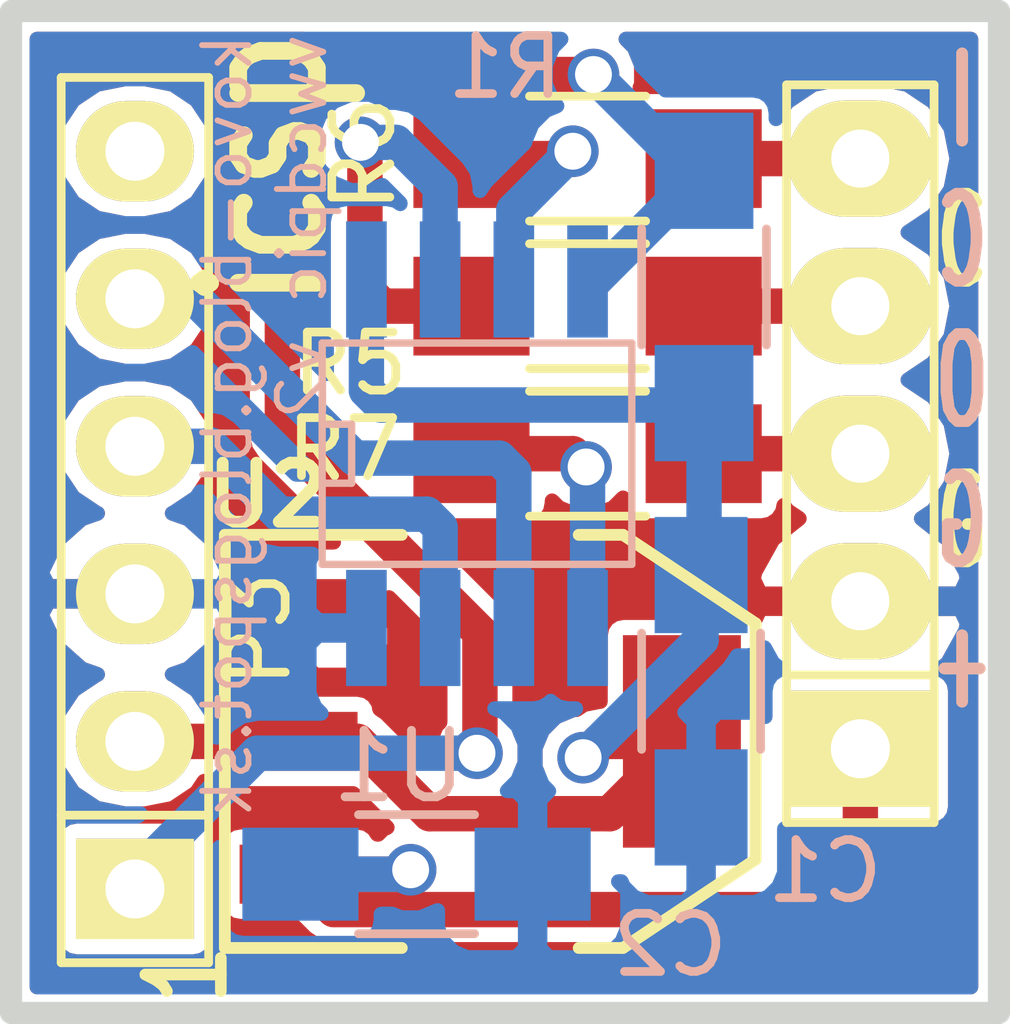
<source format=kicad_pcb>
(kicad_pcb (version 4) (host pcbnew 0.201506252249+5822~23~ubuntu14.04.1-product)

  (general
    (links 22)
    (no_connects 0)
    (area 96.939099 44.894499 114.338101 62.522101)
    (thickness 1.6002)
    (drawings 9)
    (tracks 74)
    (zones 0)
    (modules 10)
    (nets 13)
  )

  (page A4)
  (title_block
    (date "7 feb 2014")
  )

  (layers
    (0 Front signal)
    (31 Back signal)
    (32 B.Adhes user hide)
    (33 F.Adhes user hide)
    (34 B.Paste user hide)
    (35 F.Paste user hide)
    (36 B.SilkS user)
    (37 F.SilkS user hide)
    (38 B.Mask user hide)
    (39 F.Mask user hide)
    (40 Dwgs.User user)
    (41 Cmts.User user hide)
    (42 Eco1.User user hide)
    (43 Eco2.User user hide)
    (44 Edge.Cuts user)
  )

  (setup
    (last_trace_width 0.6096)
    (trace_clearance 0.254)
    (zone_clearance 0.128)
    (zone_45_only yes)
    (trace_min 0.2032)
    (segment_width 0.381)
    (edge_width 0.381)
    (via_size 0.889)
    (via_drill 0.635)
    (via_min_size 0.889)
    (via_min_drill 0.508)
    (uvia_size 0.508)
    (uvia_drill 0.127)
    (uvias_allowed no)
    (uvia_min_size 0.508)
    (uvia_min_drill 0.127)
    (pcb_text_width 0.3048)
    (pcb_text_size 1.524 2.032)
    (mod_edge_width 0.381)
    (mod_text_size 1.524 1.524)
    (mod_text_width 0.3048)
    (pad_size 2 1.6)
    (pad_drill 0)
    (pad_to_mask_clearance 0.254)
    (aux_axis_origin 0 0)
    (visible_elements FFFFFF5F)
    (pcbplotparams
      (layerselection 0x00008_00000000)
      (usegerberextensions false)
      (excludeedgelayer false)
      (linewidth 0.150000)
      (plotframeref false)
      (viasonmask false)
      (mode 1)
      (useauxorigin false)
      (hpglpennumber 1)
      (hpglpenspeed 20)
      (hpglpendiameter 15)
      (hpglpenoverlay 0)
      (psnegative true)
      (psa4output false)
      (plotreference true)
      (plotvalue true)
      (plotinvisibletext false)
      (padsonsilk false)
      (subtractmaskfromsilk false)
      (outputformat 5)
      (mirror false)
      (drillshape 2)
      (scaleselection 1)
      (outputdirectory /home/nail/tmp/plot/))
  )

  (net 0 "")
  (net 1 +5V)
  (net 2 DataIn)
  (net 3 GND)
  (net 4 POWER_CTL)
  (net 5 "Net-(R5-Pad1)")
  (net 6 "Net-(R6-Pad1)")
  (net 7 "Net-(R7-Pad1)")
  (net 8 CLK)
  (net 9 DataOut)
  (net 10 /ICSP_VPP)
  (net 11 /ICSP_DATA)
  (net 12 /ICSP_CLK)

  (net_class Default "This is the default net class."
    (clearance 0.254)
    (trace_width 0.6096)
    (via_dia 0.889)
    (via_drill 0.635)
    (uvia_dia 0.508)
    (uvia_drill 0.127)
    (add_net +5V)
    (add_net /ICSP_CLK)
    (add_net /ICSP_DATA)
    (add_net /ICSP_VPP)
    (add_net CLK)
    (add_net DataIn)
    (add_net DataOut)
    (add_net GND)
    (add_net "Net-(R5-Pad1)")
    (add_net "Net-(R6-Pad1)")
    (add_net "Net-(R7-Pad1)")
    (add_net POWER_CTL)
  )

  (net_class GND ""
    (clearance 0.254)
    (trace_width 1.39192)
    (via_dia 0.889)
    (via_drill 0.635)
    (uvia_dia 0.508)
    (uvia_drill 0.127)
  )

  (module Pin_Headers:Pin_Header_Straight_1x05 (layer Front) (tedit 542D5FA3) (tstamp 542D6FC5)
    (at 111.76 52.705 90)
    (descr "Through hole pin header")
    (tags "pin header")
    (path /542D55A4)
    (fp_text reference P1 (at 0 -2.286 90) (layer F.SilkS) hide
      (effects (font (size 1.27 1.27) (thickness 0.2032)))
    )
    (fp_text value CONN_01X05 (at 0 0 90) (layer F.SilkS) hide
      (effects (font (size 1.27 1.27) (thickness 0.2032)))
    )
    (fp_line (start -3.81 -1.27) (end 6.35 -1.27) (layer F.SilkS) (width 0.15))
    (fp_line (start 6.35 -1.27) (end 6.35 1.27) (layer F.SilkS) (width 0.15))
    (fp_line (start 6.35 1.27) (end -3.81 1.27) (layer F.SilkS) (width 0.15))
    (fp_line (start -6.35 -1.27) (end -3.81 -1.27) (layer F.SilkS) (width 0.15))
    (fp_line (start -3.81 -1.27) (end -3.81 1.27) (layer F.SilkS) (width 0.15))
    (fp_line (start -6.35 -1.27) (end -6.35 1.27) (layer F.SilkS) (width 0.15))
    (fp_line (start -6.35 1.27) (end -3.81 1.27) (layer F.SilkS) (width 0.15))
    (pad 1 thru_hole rect (at -5.08 0 90) (size 2 2.5) (drill 1.016) (layers *.Cu *.Mask F.SilkS)
      (net 4 POWER_CTL))
    (pad 2 thru_hole oval (at -2.54 0 90) (size 2 2.5) (drill 1) (layers *.Cu *.Mask F.SilkS)
      (net 3 GND))
    (pad 3 thru_hole oval (at 0 0 90) (size 2 2.5) (drill 1) (layers *.Cu *.Mask F.SilkS)
      (net 9 DataOut))
    (pad 4 thru_hole oval (at 2.54 0 90) (size 2 2.5) (drill 1) (layers *.Cu *.Mask F.SilkS)
      (net 8 CLK))
    (pad 5 thru_hole oval (at 5.08 0 90) (size 2 2.5) (drill 1) (layers *.Cu *.Mask F.SilkS)
      (net 2 DataIn))
    (model Pin_Headers/Pin_Header_Straight_1x05.wrl
      (at (xyz 0 0 0))
      (scale (xyz 1 1 1))
      (rotate (xyz 0 0 0))
    )
  )

  (module my_modules:SOT-223-REGULATOR (layer Front) (tedit 54D36C41) (tstamp 542D6FB6)
    (at 105.3846 57.658 270)
    (descr "module CMS SOT223 4 pins")
    (tags "CMS SOT")
    (path /52D02F38)
    (attr smd)
    (fp_text reference U2 (at -4.2418 3.8354 360) (layer F.SilkS)
      (effects (font (size 1.016 1.016) (thickness 0.2032)))
    )
    (fp_text value 78L05 (at 0 0.762 270) (layer F.SilkS) hide
      (effects (font (size 1.016 1.016) (thickness 0.2032)))
    )
    (fp_line (start -3.556 1.524) (end -3.556 4.572) (layer F.SilkS) (width 0.2032))
    (fp_line (start -3.556 4.572) (end 3.556 4.572) (layer F.SilkS) (width 0.2032))
    (fp_line (start 3.556 4.572) (end 3.556 1.524) (layer F.SilkS) (width 0.2032))
    (fp_line (start -3.556 -1.524) (end -3.556 -2.286) (layer F.SilkS) (width 0.2032))
    (fp_line (start -3.556 -2.286) (end -2.032 -4.572) (layer F.SilkS) (width 0.2032))
    (fp_line (start -2.032 -4.572) (end 2.032 -4.572) (layer F.SilkS) (width 0.2032))
    (fp_line (start 2.032 -4.572) (end 3.556 -2.286) (layer F.SilkS) (width 0.2032))
    (fp_line (start 3.556 -2.286) (end 3.556 -1.524) (layer F.SilkS) (width 0.2032))
    (pad VO smd rect (at 0 -3.302 270) (size 3.6576 2.032) (layers Front F.Paste F.Mask)
      (net 1 +5V))
    (pad VO smd rect (at 0 3.302 270) (size 1.016 2.032) (layers Front F.Paste F.Mask)
      (net 1 +5V))
    (pad VI smd rect (at 2.286 3.302 270) (size 1.016 2.032) (layers Front F.Paste F.Mask)
      (net 4 POWER_CTL))
    (pad GND smd rect (at -2.286 3.302 270) (size 1.016 2.032) (layers Front F.Paste F.Mask)
      (net 3 GND))
    (model smd/SOT223.wrl
      (at (xyz 0 0 0))
      (scale (xyz 0.4 0.4 0.4))
      (rotate (xyz 0 0 0))
    )
  )

  (module Resistors_SMD:R_1206_HandSoldering (layer Front) (tedit 54D36C09) (tstamp 542D6F9C)
    (at 107.061 52.705)
    (descr "Resistor SMD 1206, hand soldering, Vishay (see dcrcw.pdf)")
    (tags "resistor 1206")
    (path /52D02B05)
    (attr smd)
    (fp_text reference R7 (at -4.191 -0.0762) (layer F.SilkS)
      (effects (font (size 1 1) (thickness 0.15)))
    )
    (fp_text value 3k3 (at 0 2.3) (layer F.SilkS) hide
      (effects (font (size 1 1) (thickness 0.15)))
    )
    (fp_line (start 1 1.075) (end -1 1.075) (layer F.SilkS) (width 0.15))
    (fp_line (start -1 -1.075) (end 1 -1.075) (layer F.SilkS) (width 0.15))
    (pad 1 smd rect (at -2 0) (size 2 1.7) (layers Front F.Paste F.Mask)
      (net 7 "Net-(R7-Pad1)"))
    (pad 2 smd rect (at 2 0) (size 2 1.7) (layers Front F.Paste F.Mask)
      (net 9 DataOut))
    (model Resistors_SMD/R_1206.wrl
      (at (xyz 0 0 0))
      (scale (xyz 1 1 1))
      (rotate (xyz 0 0 0))
    )
  )

  (module Resistors_SMD:R_1206_HandSoldering (layer Front) (tedit 54E5EACF) (tstamp 542D6F95)
    (at 107.061 47.625)
    (descr "Resistor SMD 1206, hand soldering, Vishay (see dcrcw.pdf)")
    (tags "resistor 1206")
    (path /52D02ABB)
    (attr smd)
    (fp_text reference R6 (at -3.8608 -0.0762 90) (layer F.SilkS)
      (effects (font (size 1 1) (thickness 0.15)))
    )
    (fp_text value 3k3 (at 0 2.3) (layer F.SilkS) hide
      (effects (font (size 1 1) (thickness 0.15)))
    )
    (fp_line (start 1 1.075) (end -1 1.075) (layer F.SilkS) (width 0.15))
    (fp_line (start -1 -1.075) (end 1 -1.075) (layer F.SilkS) (width 0.15))
    (pad 1 smd rect (at -2 0) (size 2 1.7) (layers Front F.Paste F.Mask)
      (net 6 "Net-(R6-Pad1)"))
    (pad 2 smd rect (at 2 0) (size 2 1.7) (layers Front F.Paste F.Mask)
      (net 2 DataIn))
    (model Resistors_SMD/R_1206.wrl
      (at (xyz 0 0 0))
      (scale (xyz 1 1 1))
      (rotate (xyz 0 0 0))
    )
  )

  (module Resistors_SMD:R_1206_HandSoldering (layer Front) (tedit 54E5EAD3) (tstamp 542D6F8E)
    (at 107.061 50.165)
    (descr "Resistor SMD 1206, hand soldering, Vishay (see dcrcw.pdf)")
    (tags "resistor 1206")
    (path /52D02AC2)
    (attr smd)
    (fp_text reference R5 (at -4.0894 0.9906) (layer F.SilkS)
      (effects (font (size 1 1) (thickness 0.15)))
    )
    (fp_text value 3k3 (at 0 2.3) (layer F.SilkS) hide
      (effects (font (size 1 1) (thickness 0.15)))
    )
    (fp_line (start 1 1.075) (end -1 1.075) (layer F.SilkS) (width 0.15))
    (fp_line (start -1 -1.075) (end 1 -1.075) (layer F.SilkS) (width 0.15))
    (pad 1 smd rect (at -2 0) (size 2 1.7) (layers Front F.Paste F.Mask)
      (net 5 "Net-(R5-Pad1)"))
    (pad 2 smd rect (at 2 0) (size 2 1.7) (layers Front F.Paste F.Mask)
      (net 8 CLK))
    (model Resistors_SMD/R_1206.wrl
      (at (xyz 0 0 0))
      (scale (xyz 1 1 1))
      (rotate (xyz 0 0 0))
    )
  )

  (module Resistors_SMD:R_1206_HandSoldering (layer Back) (tedit 54E5EBC1) (tstamp 54D36921)
    (at 109.0676 49.8348 270)
    (descr "Resistor SMD 1206, hand soldering, Vishay (see dcrcw.pdf)")
    (tags "resistor 1206")
    (path /52D03054)
    (attr smd)
    (fp_text reference R1 (at -3.7846 3.429 540) (layer B.SilkS)
      (effects (font (size 1 1) (thickness 0.15)) (justify mirror))
    )
    (fp_text value 10k (at 0 -2.3 270) (layer B.SilkS) hide
      (effects (font (size 1 1) (thickness 0.15)) (justify mirror))
    )
    (fp_line (start 1 -1.075) (end -1 -1.075) (layer B.SilkS) (width 0.15))
    (fp_line (start -1 1.075) (end 1 1.075) (layer B.SilkS) (width 0.15))
    (pad 1 smd rect (at -2 0 270) (size 2 1.7) (layers Back B.Paste B.Mask)
      (net 10 /ICSP_VPP))
    (pad 2 smd rect (at 2 0 270) (size 2 1.7) (layers Back B.Paste B.Mask)
      (net 1 +5V))
    (model Resistors_SMD/R_1206.wrl
      (at (xyz 0 0 0))
      (scale (xyz 1 1 1))
      (rotate (xyz 0 0 0))
    )
  )

  (module Capacitors_SMD:C_1206_HandSoldering (layer Back) (tedit 54E5EBA7) (tstamp 543252BC)
    (at 104.1146 59.944)
    (descr "Capacitor SMD 1206, hand soldering")
    (tags "capacitor 1206")
    (path /52D02F40)
    (attr smd)
    (fp_text reference C2 (at 4.3688 1.2192) (layer B.SilkS)
      (effects (font (size 1 1) (thickness 0.15)) (justify mirror))
    )
    (fp_text value 100n (at 0 -2.3) (layer B.SilkS) hide
      (effects (font (size 1 1) (thickness 0.15)) (justify mirror))
    )
    (fp_line (start -3.3 1.15) (end 3.3 1.15) (layer B.CrtYd) (width 0.05))
    (fp_line (start -3.3 -1.15) (end 3.3 -1.15) (layer B.CrtYd) (width 0.05))
    (fp_line (start -3.3 1.15) (end -3.3 -1.15) (layer B.CrtYd) (width 0.05))
    (fp_line (start 3.3 1.15) (end 3.3 -1.15) (layer B.CrtYd) (width 0.05))
    (fp_line (start 1 1.025) (end -1 1.025) (layer B.SilkS) (width 0.15))
    (fp_line (start -1 -1.025) (end 1 -1.025) (layer B.SilkS) (width 0.15))
    (pad 1 smd rect (at -2 0) (size 2 1.6) (layers Back B.Paste B.Mask)
      (net 4 POWER_CTL))
    (pad 2 smd rect (at 2 0) (size 2 1.6) (layers Back B.Paste B.Mask)
      (net 3 GND))
    (model Capacitors_SMD/C_1206N.wrl
      (at (xyz 0 0 0))
      (scale (xyz 1 1 1))
      (rotate (xyz 0 0 0))
    )
  )

  (module my_modules:SOIC-8-W_long_pads (layer Back) (tedit 54E5EBD2) (tstamp 543252D2)
    (at 105.156 52.705)
    (descr "module SMD SOIC SOJ 8 pins etroit")
    (tags "CMS SOJ")
    (path /52D02953)
    (attr smd)
    (fp_text reference U1 (at -1.3462 5.3848) (layer B.SilkS)
      (effects (font (size 1.143 1.143) (thickness 0.1524)) (justify mirror))
    )
    (fp_text value PIC12F629 (at 0 -1.016) (layer B.SilkS) hide
      (effects (font (size 0.889 0.889) (thickness 0.1524)) (justify mirror))
    )
    (fp_line (start -2.667 -1.778) (end -2.667 -1.905) (layer B.SilkS) (width 0.127))
    (fp_line (start -2.667 -1.905) (end 2.667 -1.905) (layer B.SilkS) (width 0.127))
    (fp_line (start 2.667 1.905) (end -2.667 1.905) (layer B.SilkS) (width 0.127))
    (fp_line (start -2.667 1.905) (end -2.667 -1.778) (layer B.SilkS) (width 0.127))
    (fp_line (start -2.667 0.508) (end -2.159 0.508) (layer B.SilkS) (width 0.127))
    (fp_line (start -2.159 0.508) (end -2.159 -0.508) (layer B.SilkS) (width 0.127))
    (fp_line (start -2.159 -0.508) (end -2.667 -0.508) (layer B.SilkS) (width 0.127))
    (fp_line (start 2.667 1.905) (end 2.667 -1.905) (layer B.SilkS) (width 0.127))
    (pad 8 smd rect (at -1.905 3) (size 0.7 2) (layers Back B.Paste B.Mask)
      (net 3 GND))
    (pad 1 smd rect (at -1.905 -3) (size 0.7 2) (layers Back B.Paste B.Mask)
      (net 1 +5V))
    (pad 7 smd rect (at -0.635 3) (size 0.7 2) (layers Back B.Paste B.Mask)
      (net 11 /ICSP_DATA))
    (pad 6 smd rect (at 0.635 3) (size 0.7 2) (layers Back B.Paste B.Mask)
      (net 12 /ICSP_CLK))
    (pad 5 smd rect (at 1.905 3) (size 0.7 2) (layers Back B.Paste B.Mask)
      (net 7 "Net-(R7-Pad1)"))
    (pad 2 smd rect (at -0.635 -3) (size 0.7 2) (layers Back B.Paste B.Mask)
      (net 5 "Net-(R5-Pad1)"))
    (pad 3 smd rect (at 0.635 -3) (size 0.7 2) (layers Back B.Paste B.Mask)
      (net 6 "Net-(R6-Pad1)"))
    (pad 4 smd rect (at 1.905 -3) (size 0.7 2) (layers Back B.Paste B.Mask)
      (net 10 /ICSP_VPP))
    (model smd/cms_so8.wrl
      (at (xyz 0 0 0))
      (scale (xyz 0.5 0.32 0.5))
      (rotate (xyz 0 0 0))
    )
  )

  (module Capacitors_SMD:C_1206_HandSoldering (layer Back) (tedit 54E5EBA1) (tstamp 54D36A48)
    (at 109.0168 56.7944 270)
    (descr "Capacitor SMD 1206, hand soldering")
    (tags "capacitor 1206")
    (path /54325C4C)
    (attr smd)
    (fp_text reference C1 (at 3.0988 -2.1336 360) (layer B.SilkS)
      (effects (font (size 1 1) (thickness 0.15)) (justify mirror))
    )
    (fp_text value 100n (at 0 -2.3 270) (layer B.SilkS) hide
      (effects (font (size 1 1) (thickness 0.15)) (justify mirror))
    )
    (fp_line (start -3.3 1.15) (end 3.3 1.15) (layer B.CrtYd) (width 0.05))
    (fp_line (start -3.3 -1.15) (end 3.3 -1.15) (layer B.CrtYd) (width 0.05))
    (fp_line (start -3.3 1.15) (end -3.3 -1.15) (layer B.CrtYd) (width 0.05))
    (fp_line (start 3.3 1.15) (end 3.3 -1.15) (layer B.CrtYd) (width 0.05))
    (fp_line (start 1 1.025) (end -1 1.025) (layer B.SilkS) (width 0.15))
    (fp_line (start -1 -1.025) (end 1 -1.025) (layer B.SilkS) (width 0.15))
    (pad 1 smd rect (at -2 0 270) (size 2 1.6) (layers Back B.Paste B.Mask)
      (net 1 +5V))
    (pad 2 smd rect (at 2 0 270) (size 2 1.6) (layers Back B.Paste B.Mask)
      (net 3 GND))
    (model Capacitors_SMD/C_1206N.wrl
      (at (xyz 0 0 0))
      (scale (xyz 1 1 1))
      (rotate (xyz 0 0 0))
    )
  )

  (module Pin_Headers:Pin_Header_Straight_1x06 (layer Front) (tedit 54E5EB3E) (tstamp 54E5E1C9)
    (at 99.2632 53.848 90)
    (descr "Through hole pin header")
    (tags "pin header")
    (path /54E5FBE4)
    (fp_text reference P3 (at -1.8796 2.1336 90) (layer F.SilkS)
      (effects (font (size 1 1) (thickness 0.15)))
    )
    (fp_text value CONN_01X06 (at 0 0 90) (layer F.SilkS) hide
      (effects (font (size 1 1) (thickness 0.15)))
    )
    (fp_line (start -5.08 -1.27) (end 7.62 -1.27) (layer F.SilkS) (width 0.15))
    (fp_line (start 7.62 -1.27) (end 7.62 1.27) (layer F.SilkS) (width 0.15))
    (fp_line (start 7.62 1.27) (end -5.08 1.27) (layer F.SilkS) (width 0.15))
    (fp_line (start -7.62 -1.27) (end -5.08 -1.27) (layer F.SilkS) (width 0.15))
    (fp_line (start -5.08 -1.27) (end -5.08 1.27) (layer F.SilkS) (width 0.15))
    (fp_line (start -7.62 -1.27) (end -7.62 1.27) (layer F.SilkS) (width 0.15))
    (fp_line (start -7.62 1.27) (end -5.08 1.27) (layer F.SilkS) (width 0.15))
    (pad 1 thru_hole rect (at -6.35 0 90) (size 1.7272 2.032) (drill 1.016) (layers *.Cu *.Mask F.SilkS)
      (net 10 /ICSP_VPP))
    (pad 2 thru_hole oval (at -3.81 0 90) (size 1.7272 2.032) (drill 1.016) (layers *.Cu *.Mask F.SilkS)
      (net 1 +5V))
    (pad 3 thru_hole oval (at -1.27 0 90) (size 1.7272 2.032) (drill 1.016) (layers *.Cu *.Mask F.SilkS)
      (net 3 GND))
    (pad 4 thru_hole oval (at 1.27 0 90) (size 1.7272 2.032) (drill 1.016) (layers *.Cu *.Mask F.SilkS)
      (net 11 /ICSP_DATA))
    (pad 5 thru_hole oval (at 3.81 0 90) (size 1.7272 2.032) (drill 1.016) (layers *.Cu *.Mask F.SilkS)
      (net 12 /ICSP_CLK))
    (pad 6 thru_hole oval (at 6.35 0 90) (size 1.7272 2.032) (drill 1.016) (layers *.Cu *.Mask F.SilkS))
    (model Pin_Headers/Pin_Header_Straight_1x06.wrl
      (at (xyz 0 0 0))
      (scale (xyz 1 1 1))
      (rotate (xyz 0 0 0))
    )
  )

  (gr_text "I\nC\nO\nG\n+" (at 113.5126 51.4604) (layer B.SilkS)
    (effects (font (size 1.5 0.8) (thickness 0.2)) (justify mirror))
  )
  (gr_line (start 97.1296 62.3316) (end 97.1296 45.085) (angle 90) (layer Edge.Cuts) (width 0.381))
  (gr_line (start 114.1476 62.3316) (end 97.1296 62.3316) (angle 90) (layer Edge.Cuts) (width 0.381))
  (gr_line (start 114.1476 45.085) (end 114.1476 62.3316) (angle 90) (layer Edge.Cuts) (width 0.381))
  (gr_line (start 97.1296 45.085) (end 114.1476 45.085) (angle 90) (layer Edge.Cuts) (width 0.381))
  (gr_text 1 (at 100.1522 61.6712 90) (layer F.SilkS)
    (effects (font (size 1.3 1) (thickness 0.2)))
  )
  (gr_text icsp (at 101.473 47.8028 90) (layer F.SilkS)
    (effects (font (size 2.032 1.524) (thickness 0.3048)))
  )
  (gr_text "kovo-blog.blogspot.sk\nvwcdpic v2\n" (at 101.4984 45.4152 90) (layer B.SilkS)
    (effects (font (size 0.8 0.8) (thickness 0.1)) (justify left mirror))
  )
  (gr_text "I\nC\nO\nG\n+" (at 113.5126 51.4604) (layer F.SilkS) (tstamp 54D36C95)
    (effects (font (size 1.5 0.8) (thickness 0.2)))
  )

  (segment (start 109.0356 51.8668) (end 109.0676 51.8348) (width 0.6096) (layer Back) (net 1) (tstamp 54D36990))
  (segment (start 103.251 51.6128) (end 103.505 51.8668) (width 0.6096) (layer Back) (net 1) (tstamp 54D3698E))
  (segment (start 103.505 51.8668) (end 109.0356 51.8668) (width 0.6096) (layer Back) (net 1) (tstamp 54D3698F))
  (segment (start 103.251 49.705) (end 103.251 51.6128) (width 0.6096) (layer Back) (net 1))
  (segment (start 109.0676 54.7436) (end 109.0422 54.769) (width 0.6096) (layer Back) (net 1) (tstamp 54D369C6))
  (segment (start 109.0676 51.8348) (end 109.0676 54.7436) (width 0.6096) (layer Back) (net 1))
  (segment (start 99.2632 57.658) (end 102.0826 57.658) (width 0.6096) (layer Front) (net 1))
  (segment (start 104.3432 58.9026) (end 107.442 58.9026) (width 0.6096) (layer Front) (net 1) (tstamp 54E5E303))
  (segment (start 107.442 58.9026) (end 108.6866 57.658) (width 0.6096) (layer Front) (net 1) (tstamp 54E5E30D))
  (segment (start 103.0986 57.658) (end 104.3432 58.9026) (width 0.6096) (layer Front) (net 1) (tstamp 54E5E301))
  (segment (start 102.0826 57.658) (end 103.0986 57.658) (width 0.6096) (layer Front) (net 1))
  (segment (start 109.0168 55.9054) (end 106.9848 57.9374) (width 0.6096) (layer Back) (net 1) (tstamp 54E5E318))
  (via (at 106.9848 57.9374) (size 0.889) (layers Front Back) (net 1))
  (segment (start 106.9848 57.9374) (end 107.2642 57.658) (width 0.6096) (layer Front) (net 1) (tstamp 54E5E31F))
  (segment (start 107.2642 57.658) (end 108.6866 57.658) (width 0.6096) (layer Front) (net 1) (tstamp 54E5E320))
  (segment (start 109.0168 54.7944) (end 109.0168 55.9054) (width 0.6096) (layer Back) (net 1))
  (segment (start 111.76 47.625) (end 109.061 47.625) (width 0.6096) (layer Front) (net 2))
  (segment (start 111.4044 47.4726) (end 111.5568 47.625) (width 0.6096) (layer Front) (net 2) (tstamp 542D70B6))
  (segment (start 111.76 59.4614) (end 110.6678 60.5536) (width 0.6096) (layer Front) (net 4) (tstamp 54E5E24A))
  (segment (start 110.6678 60.5536) (end 102.6922 60.5536) (width 0.6096) (layer Front) (net 4) (tstamp 54E5E24B))
  (segment (start 102.6922 60.5536) (end 102.0826 59.944) (width 0.6096) (layer Front) (net 4) (tstamp 54E5E24C))
  (segment (start 111.76 57.785) (end 111.76 59.4614) (width 0.6096) (layer Front) (net 4))
  (segment (start 103.9368 59.944) (end 102.0826 59.944) (width 0.6096) (layer Front) (net 4) (tstamp 54E5E253))
  (segment (start 104.013 59.8678) (end 103.9368 59.944) (width 0.6096) (layer Front) (net 4) (tstamp 54E5E252))
  (via (at 104.013 59.8678) (size 0.889) (layers Front Back) (net 4))
  (segment (start 103.9368 59.944) (end 104.013 59.8678) (width 0.6096) (layer Back) (net 4) (tstamp 54E5E250))
  (segment (start 102.1146 59.944) (end 103.9368 59.944) (width 0.6096) (layer Back) (net 4))
  (segment (start 104.521 48.1076) (end 103.759 47.3456) (width 0.6096) (layer Back) (net 5) (tstamp 54D36993))
  (segment (start 103.759 47.3456) (end 103.1494 47.3456) (width 0.6096) (layer Back) (net 5) (tstamp 54D36994))
  (via (at 103.1494 47.3456) (size 0.889) (layers Front Back) (net 5))
  (segment (start 103.1494 47.3456) (end 103.2256 47.4218) (width 0.6096) (layer Front) (net 5) (tstamp 54D36996))
  (segment (start 103.2256 47.4218) (end 103.2256 49.8602) (width 0.6096) (layer Front) (net 5) (tstamp 54D36997))
  (segment (start 103.2256 49.8602) (end 103.5304 50.165) (width 0.6096) (layer Front) (net 5) (tstamp 54D36998))
  (segment (start 103.5304 50.165) (end 105.061 50.165) (width 0.6096) (layer Front) (net 5) (tstamp 54D36999))
  (segment (start 104.521 49.705) (end 104.521 48.1076) (width 0.6096) (layer Back) (net 5))
  (segment (start 105.791 48.514) (end 106.807 47.498) (width 0.6096) (layer Back) (net 6) (tstamp 54D36987))
  (via (at 106.807 47.498) (size 0.889) (layers Front Back) (net 6))
  (segment (start 106.807 47.498) (end 106.68 47.625) (width 0.6096) (layer Front) (net 6) (tstamp 54D36989))
  (segment (start 106.68 47.625) (end 105.061 47.625) (width 0.6096) (layer Front) (net 6) (tstamp 54D3698A))
  (segment (start 105.791 49.705) (end 105.791 48.514) (width 0.6096) (layer Back) (net 6))
  (segment (start 107.061 52.959) (end 107.0356 52.9336) (width 0.6096) (layer Back) (net 7) (tstamp 54D369B3))
  (via (at 107.0356 52.9336) (size 0.889) (layers Front Back) (net 7))
  (segment (start 107.0356 52.9336) (end 106.807 52.705) (width 0.6096) (layer Front) (net 7) (tstamp 54D369B6))
  (segment (start 106.807 52.705) (end 105.061 52.705) (width 0.6096) (layer Front) (net 7) (tstamp 54D369B7))
  (segment (start 107.061 55.705) (end 107.061 52.959) (width 0.6096) (layer Back) (net 7))
  (segment (start 111.3028 50.419) (end 111.5568 50.165) (width 0.6096) (layer Front) (net 8) (tstamp 542D7072))
  (segment (start 109.061 50.165) (end 111.76 50.165) (width 0.6096) (layer Front) (net 8))
  (segment (start 111.76 52.705) (end 109.061 52.705) (width 0.6096) (layer Front) (net 9))
  (segment (start 107.1974 49.705) (end 109.0676 47.8348) (width 0.6096) (layer Back) (net 10) (tstamp 54D36984))
  (segment (start 107.061 49.705) (end 107.1974 49.705) (width 0.6096) (layer Back) (net 10))
  (segment (start 108.8202 47.8348) (end 109.0676 47.8348) (width 0.6096) (layer Back) (net 10) (tstamp 54E5E358))
  (segment (start 107.1626 46.1772) (end 108.8202 47.8348) (width 0.6096) (layer Back) (net 10) (tstamp 54E5E357))
  (via (at 107.1626 46.1772) (size 0.889) (layers Front Back) (net 10))
  (segment (start 102.4636 46.1772) (end 107.1626 46.1772) (width 0.6096) (layer Front) (net 10) (tstamp 54E5E342))
  (segment (start 101.8032 46.8376) (end 102.4636 46.1772) (width 0.6096) (layer Front) (net 10) (tstamp 54E5E341))
  (segment (start 101.8032 52.3748) (end 101.8032 46.8376) (width 0.6096) (layer Front) (net 10) (tstamp 54E5E33D))
  (segment (start 105.2068 55.7784) (end 101.8032 52.3748) (width 0.6096) (layer Front) (net 10) (tstamp 54E5E332))
  (segment (start 105.2068 57.8104) (end 105.2068 55.7784) (width 0.6096) (layer Front) (net 10) (tstamp 54E5E330))
  (segment (start 105.156 57.8612) (end 105.2068 57.8104) (width 0.6096) (layer Front) (net 10) (tstamp 54E5E32F))
  (via (at 105.156 57.8612) (size 0.889) (layers Front Back) (net 10))
  (segment (start 101.3714 57.8612) (end 105.156 57.8612) (width 0.6096) (layer Back) (net 10) (tstamp 54E5E32B))
  (segment (start 99.2632 59.9694) (end 101.3714 57.8612) (width 0.6096) (layer Back) (net 10) (tstamp 54E5E329))
  (segment (start 99.2632 60.198) (end 99.2632 59.9694) (width 0.6096) (layer Back) (net 10))
  (segment (start 101.7524 53.7464) (end 104.2924 53.7464) (width 0.6096) (layer Back) (net 11) (tstamp 54D369A5))
  (segment (start 104.2924 53.7464) (end 104.521 53.975) (width 0.6096) (layer Back) (net 11) (tstamp 54D369A6))
  (segment (start 104.521 53.975) (end 104.521 55.705) (width 0.6096) (layer Back) (net 11) (tstamp 54D369A7))
  (segment (start 100.5586 52.5526) (end 101.7524 53.7464) (width 0.6096) (layer Back) (net 11) (tstamp 54E5E1F4))
  (segment (start 100.5332 52.578) (end 100.5586 52.5526) (width 0.6096) (layer Back) (net 11) (tstamp 54E5E2A4))
  (segment (start 99.2632 52.578) (end 100.5332 52.578) (width 0.6096) (layer Back) (net 11))
  (segment (start 105.791 53.0352) (end 105.537 52.7812) (width 0.6096) (layer Back) (net 12) (tstamp 54D3699C))
  (segment (start 105.537 52.7812) (end 103.0478 52.7812) (width 0.6096) (layer Back) (net 12) (tstamp 54D3699D))
  (segment (start 105.791 55.705) (end 105.791 53.0352) (width 0.6096) (layer Back) (net 12))
  (segment (start 100.3046 50.038) (end 103.0478 52.7812) (width 0.6096) (layer Back) (net 12) (tstamp 54E5E2A0))
  (segment (start 99.2632 50.038) (end 100.3046 50.038) (width 0.6096) (layer Back) (net 12))

  (zone (net 3) (net_name GND) (layer Back) (tstamp 54E5E3CD) (hatch edge 0.508)
    (connect_pads (clearance 0.128))
    (min_thickness 0.254)
    (fill yes (arc_segments 16) (thermal_gap 0.508) (thermal_bridge_width 0.508))
    (polygon
      (pts
        (xy 113.792 62.0776) (xy 97.663 62.0776) (xy 97.5614 62.0776) (xy 97.536 62.0776) (xy 97.409 62.0776)
        (xy 97.409 45.4406) (xy 97.536 45.4406) (xy 97.5614 45.4406) (xy 113.792 45.4406) (xy 113.792 62.0776)
      )
    )
    (filled_polygon
      (pts
        (xy 106.463183 45.708981) (xy 106.337243 46.012277) (xy 106.336957 46.340682) (xy 106.462367 46.644198) (xy 106.535168 46.717126)
        (xy 106.340002 46.797767) (xy 106.107583 47.029781) (xy 105.981643 47.333077) (xy 105.981625 47.353507) (xy 105.306066 48.029066)
        (xy 105.2068 48.177627) (xy 105.2068 48.1076) (xy 105.154597 47.845156) (xy 105.154597 47.845155) (xy 105.005934 47.622666)
        (xy 104.243934 46.860666) (xy 104.021445 46.712003) (xy 103.759 46.6598) (xy 103.631212 46.6598) (xy 103.617619 46.646183)
        (xy 103.314323 46.520243) (xy 102.985918 46.519957) (xy 102.682402 46.645367) (xy 102.449983 46.877381) (xy 102.324043 47.180677)
        (xy 102.323757 47.509082) (xy 102.449167 47.812598) (xy 102.681181 48.045017) (xy 102.984477 48.170957) (xy 103.312882 48.171243)
        (xy 103.526507 48.082975) (xy 103.8352 48.391668) (xy 103.8352 48.403556) (xy 103.750784 48.346574) (xy 103.601 48.316536)
        (xy 102.901 48.316536) (xy 102.755726 48.344722) (xy 102.628044 48.428596) (xy 102.542574 48.555216) (xy 102.512536 48.705)
        (xy 102.512536 50.705) (xy 102.540722 50.850274) (xy 102.5652 50.887537) (xy 102.5652 51.328732) (xy 100.789534 49.553066)
        (xy 100.567045 49.404403) (xy 100.475559 49.386206) (xy 100.323034 49.157935) (xy 99.919257 48.88814) (xy 99.442969 48.7934)
        (xy 99.083431 48.7934) (xy 98.607143 48.88814) (xy 98.203366 49.157935) (xy 97.933571 49.561712) (xy 97.838831 50.038)
        (xy 97.933571 50.514288) (xy 98.203366 50.918065) (xy 98.607143 51.18786) (xy 99.083431 51.2826) (xy 99.442969 51.2826)
        (xy 99.919257 51.18786) (xy 100.258151 50.961419) (xy 102.357332 53.0606) (xy 102.036468 53.0606) (xy 101.043534 52.067666)
        (xy 100.821045 51.919003) (xy 100.5586 51.8668) (xy 100.450265 51.888349) (xy 100.323034 51.697935) (xy 99.919257 51.42814)
        (xy 99.442969 51.3334) (xy 99.083431 51.3334) (xy 98.607143 51.42814) (xy 98.203366 51.697935) (xy 97.933571 52.101712)
        (xy 97.838831 52.578) (xy 97.933571 53.054288) (xy 98.203366 53.458065) (xy 98.607143 53.72786) (xy 98.621443 53.730704)
        (xy 98.34888 53.826046) (xy 97.912468 54.215964) (xy 97.658491 54.743209) (xy 97.655842 54.758974) (xy 97.776983 54.991)
        (xy 99.1362 54.991) (xy 99.1362 54.971) (xy 99.3902 54.971) (xy 99.3902 54.991) (xy 100.749417 54.991)
        (xy 100.870558 54.758974) (xy 100.867909 54.743209) (xy 100.613932 54.215964) (xy 100.17752 53.826046) (xy 99.904957 53.730704)
        (xy 99.919257 53.72786) (xy 100.323034 53.458065) (xy 100.391592 53.35546) (xy 101.267466 54.231334) (xy 101.489955 54.379997)
        (xy 101.7524 54.4322) (xy 102.326678 54.4322) (xy 102.266 54.57869) (xy 102.266 55.41925) (xy 102.42475 55.578)
        (xy 103.124 55.578) (xy 103.124 55.558) (xy 103.378 55.558) (xy 103.378 55.578) (xy 103.398 55.578)
        (xy 103.398 55.832) (xy 103.378 55.832) (xy 103.378 55.852) (xy 103.124 55.852) (xy 103.124 55.832)
        (xy 102.42475 55.832) (xy 102.266 55.99075) (xy 102.266 56.83131) (xy 102.362673 57.064699) (xy 102.473375 57.1754)
        (xy 101.3714 57.1754) (xy 101.108955 57.227603) (xy 100.886466 57.376266) (xy 100.673825 57.588907) (xy 100.592829 57.181712)
        (xy 100.323034 56.777935) (xy 99.919257 56.50814) (xy 99.904957 56.505296) (xy 100.17752 56.409954) (xy 100.613932 56.020036)
        (xy 100.867909 55.492791) (xy 100.870558 55.477026) (xy 100.749417 55.245) (xy 99.3902 55.245) (xy 99.3902 55.265)
        (xy 99.1362 55.265) (xy 99.1362 55.245) (xy 97.776983 55.245) (xy 97.655842 55.477026) (xy 97.658491 55.492791)
        (xy 97.912468 56.020036) (xy 98.34888 56.409954) (xy 98.621443 56.505296) (xy 98.607143 56.50814) (xy 98.203366 56.777935)
        (xy 97.933571 57.181712) (xy 97.838831 57.658) (xy 97.933571 58.134288) (xy 98.203366 58.538065) (xy 98.607143 58.80786)
        (xy 99.083431 58.9026) (xy 99.360132 58.9026) (xy 99.316796 58.945936) (xy 98.2472 58.945936) (xy 98.101926 58.974122)
        (xy 97.974244 59.057996) (xy 97.888774 59.184616) (xy 97.858736 59.3344) (xy 97.858736 61.0616) (xy 97.886922 61.206874)
        (xy 97.970796 61.334556) (xy 98.097416 61.420026) (xy 98.2472 61.450064) (xy 100.2792 61.450064) (xy 100.424474 61.421878)
        (xy 100.552156 61.338004) (xy 100.637626 61.211384) (xy 100.667664 61.0616) (xy 100.667664 59.534804) (xy 100.726136 59.476332)
        (xy 100.726136 60.744) (xy 100.754322 60.889274) (xy 100.838196 61.016956) (xy 100.964816 61.102426) (xy 101.1146 61.132464)
        (xy 103.1146 61.132464) (xy 103.259874 61.104278) (xy 103.387556 61.020404) (xy 103.473026 60.893784) (xy 103.503064 60.744)
        (xy 103.503064 60.6298) (xy 103.695497 60.6298) (xy 103.848077 60.693157) (xy 104.176482 60.693443) (xy 104.4796 60.568197)
        (xy 104.4796 60.87031) (xy 104.576273 61.103699) (xy 104.754902 61.282327) (xy 104.988291 61.379) (xy 105.82885 61.379)
        (xy 105.9876 61.22025) (xy 105.9876 60.071) (xy 105.9676 60.071) (xy 105.9676 59.817) (xy 105.9876 59.817)
        (xy 105.9876 58.66775) (xy 105.82885 58.509) (xy 105.675523 58.509) (xy 105.855417 58.329419) (xy 105.981357 58.026123)
        (xy 105.981643 57.697718) (xy 105.856233 57.394202) (xy 105.624219 57.161783) (xy 105.459689 57.093464) (xy 106.141 57.093464)
        (xy 106.286274 57.065278) (xy 106.413956 56.981404) (xy 106.425564 56.964207) (xy 106.434596 56.977956) (xy 106.561216 57.063426)
        (xy 106.711 57.093464) (xy 106.858868 57.093464) (xy 106.840558 57.111774) (xy 106.821318 57.111757) (xy 106.517802 57.237167)
        (xy 106.285383 57.469181) (xy 106.159443 57.772477) (xy 106.159157 58.100882) (xy 106.284567 58.404398) (xy 106.394663 58.514687)
        (xy 106.2416 58.66775) (xy 106.2416 59.817) (xy 106.2616 59.817) (xy 106.2616 60.071) (xy 106.2416 60.071)
        (xy 106.2416 61.22025) (xy 106.40035 61.379) (xy 107.240909 61.379) (xy 107.474298 61.282327) (xy 107.652927 61.103699)
        (xy 107.7496 60.87031) (xy 107.7496 60.22975) (xy 107.590852 60.071002) (xy 107.644053 60.071002) (xy 107.678473 60.154098)
        (xy 107.857101 60.332727) (xy 108.09049 60.4294) (xy 108.73105 60.4294) (xy 108.8898 60.27065) (xy 108.8898 58.9214)
        (xy 108.8698 58.9214) (xy 108.8698 58.6674) (xy 108.8898 58.6674) (xy 108.8898 57.31815) (xy 108.731859 57.160209)
        (xy 109.501734 56.390334) (xy 109.640362 56.182864) (xy 109.8168 56.182864) (xy 109.962074 56.154678) (xy 110.089756 56.070804)
        (xy 110.108446 56.043115) (xy 110.255702 56.308337) (xy 110.394865 56.418874) (xy 110.364726 56.424722) (xy 110.237044 56.508596)
        (xy 110.151574 56.635216) (xy 110.121536 56.785) (xy 110.121536 57.233307) (xy 109.94311 57.1594) (xy 109.30255 57.1594)
        (xy 109.1438 57.31815) (xy 109.1438 58.6674) (xy 109.1638 58.6674) (xy 109.1638 58.9214) (xy 109.1438 58.9214)
        (xy 109.1438 60.27065) (xy 109.30255 60.4294) (xy 109.94311 60.4294) (xy 110.176499 60.332727) (xy 110.355127 60.154098)
        (xy 110.4518 59.920709) (xy 110.4518 59.161792) (xy 110.51 59.173464) (xy 113.01 59.173464) (xy 113.155274 59.145278)
        (xy 113.282956 59.061404) (xy 113.368426 58.934784) (xy 113.398464 58.785) (xy 113.398464 56.785) (xy 113.370278 56.639726)
        (xy 113.286404 56.512044) (xy 113.159784 56.426574) (xy 113.12438 56.419474) (xy 113.264298 56.308337) (xy 113.575742 55.747396)
        (xy 113.600124 55.625434) (xy 113.480777 55.372) (xy 111.887 55.372) (xy 111.887 55.392) (xy 111.633 55.392)
        (xy 111.633 55.372) (xy 111.613 55.372) (xy 111.613 55.118) (xy 111.633 55.118) (xy 111.633 55.098)
        (xy 111.887 55.098) (xy 111.887 55.118) (xy 113.480777 55.118) (xy 113.600124 54.864566) (xy 113.575742 54.742604)
        (xy 113.264298 54.181663) (xy 112.809997 53.82081) (xy 113.018467 53.681514) (xy 113.317831 53.233486) (xy 113.422953 52.705)
        (xy 113.317831 52.176514) (xy 113.018467 51.728486) (xy 112.579236 51.435) (xy 113.018467 51.141514) (xy 113.317831 50.693486)
        (xy 113.422953 50.165) (xy 113.317831 49.636514) (xy 113.018467 49.188486) (xy 112.579236 48.895) (xy 113.018467 48.601514)
        (xy 113.317831 48.153486) (xy 113.422953 47.625) (xy 113.317831 47.096514) (xy 113.018467 46.648486) (xy 112.570439 46.349122)
        (xy 112.041953 46.244) (xy 111.478047 46.244) (xy 110.949561 46.349122) (xy 110.501533 46.648486) (xy 110.306064 46.941025)
        (xy 110.306064 46.8348) (xy 110.277878 46.689526) (xy 110.194004 46.561844) (xy 110.067384 46.476374) (xy 109.9176 46.446336)
        (xy 108.401604 46.446336) (xy 107.988226 46.032958) (xy 107.988243 46.013718) (xy 107.862833 45.710202) (xy 107.720479 45.5676)
        (xy 113.665 45.5676) (xy 113.665 61.8861) (xy 97.5751 61.8861) (xy 97.5751 46.2534) (xy 99.083431 46.2534)
        (xy 98.607143 46.34814) (xy 98.203366 46.617935) (xy 97.933571 47.021712) (xy 97.838831 47.498) (xy 97.933571 47.974288)
        (xy 98.203366 48.378065) (xy 98.607143 48.64786) (xy 99.083431 48.7426) (xy 99.442969 48.7426) (xy 99.919257 48.64786)
        (xy 100.323034 48.378065) (xy 100.592829 47.974288) (xy 100.687569 47.498) (xy 100.592829 47.021712) (xy 100.323034 46.617935)
        (xy 99.919257 46.34814) (xy 99.442969 46.2534) (xy 99.083431 46.2534) (xy 97.5751 46.2534) (xy 97.5751 45.5676)
        (xy 106.604811 45.5676) (xy 106.463183 45.708981)
      )
    )
  )
  (zone (net 3) (net_name GND) (layer Front) (tstamp 54E5E3E1) (hatch edge 0.508)
    (connect_pads (clearance 0.128))
    (min_thickness 0.254)
    (fill yes (arc_segments 16) (thermal_gap 0.508) (thermal_bridge_width 0.508))
    (polygon
      (pts
        (xy 113.792 62.0776) (xy 97.6376 62.0776) (xy 97.536 62.0776) (xy 97.409 62.0776) (xy 97.409 45.4406)
        (xy 97.536 45.4406) (xy 113.792 45.4406) (xy 113.792 62.0776)
      )
    )
    (filled_polygon
      (pts
        (xy 101.978666 45.692266) (xy 101.318266 46.352666) (xy 101.169603 46.575155) (xy 101.158748 46.629726) (xy 101.1174 46.8376)
        (xy 101.1174 52.3748) (xy 101.169603 52.637245) (xy 101.318266 52.859734) (xy 102.687532 54.229) (xy 102.36835 54.229)
        (xy 102.2096 54.38775) (xy 102.2096 55.245) (xy 103.57485 55.245) (xy 103.639191 55.180659) (xy 104.521 56.062468)
        (xy 104.521 57.328676) (xy 104.456583 57.392981) (xy 104.330643 57.696277) (xy 104.330448 57.91998) (xy 103.583534 57.173066)
        (xy 103.477837 57.102441) (xy 103.458878 57.004726) (xy 103.375004 56.877044) (xy 103.248384 56.791574) (xy 103.0986 56.761536)
        (xy 101.0666 56.761536) (xy 100.921326 56.789722) (xy 100.793644 56.873596) (xy 100.727085 56.9722) (xy 100.452838 56.9722)
        (xy 100.323034 56.777935) (xy 99.919257 56.50814) (xy 99.904957 56.505296) (xy 100.17752 56.409954) (xy 100.485001 56.135231)
        (xy 100.528273 56.239698) (xy 100.706901 56.418327) (xy 100.94029 56.515) (xy 101.79685 56.515) (xy 101.9556 56.35625)
        (xy 101.9556 55.499) (xy 102.2096 55.499) (xy 102.2096 56.35625) (xy 102.36835 56.515) (xy 103.22491 56.515)
        (xy 103.458299 56.418327) (xy 103.636927 56.239698) (xy 103.7336 56.006309) (xy 103.7336 55.65775) (xy 103.57485 55.499)
        (xy 102.2096 55.499) (xy 101.9556 55.499) (xy 101.9556 55.499) (xy 101.9356 55.499) (xy 101.9356 55.245)
        (xy 101.9556 55.245) (xy 101.9556 54.38775) (xy 101.79685 54.229) (xy 100.94029 54.229) (xy 100.706901 54.325673)
        (xy 100.679823 54.352751) (xy 100.613932 54.215964) (xy 100.17752 53.826046) (xy 99.904957 53.730704) (xy 99.919257 53.72786)
        (xy 100.323034 53.458065) (xy 100.592829 53.054288) (xy 100.687569 52.578) (xy 100.592829 52.101712) (xy 100.323034 51.697935)
        (xy 99.919257 51.42814) (xy 99.442969 51.3334) (xy 99.083431 51.3334) (xy 98.607143 51.42814) (xy 98.203366 51.697935)
        (xy 97.933571 52.101712) (xy 97.838831 52.578) (xy 97.933571 53.054288) (xy 98.203366 53.458065) (xy 98.607143 53.72786)
        (xy 98.621443 53.730704) (xy 98.34888 53.826046) (xy 97.912468 54.215964) (xy 97.658491 54.743209) (xy 97.655842 54.758974)
        (xy 97.776983 54.991) (xy 99.1362 54.991) (xy 99.1362 54.971) (xy 99.3902 54.971) (xy 99.3902 54.991)
        (xy 99.4102 54.991) (xy 99.4102 55.245) (xy 99.3902 55.245) (xy 99.3902 55.265) (xy 99.1362 55.265)
        (xy 99.1362 55.245) (xy 97.776983 55.245) (xy 97.655842 55.477026) (xy 97.658491 55.492791) (xy 97.912468 56.020036)
        (xy 98.34888 56.409954) (xy 98.621443 56.505296) (xy 98.607143 56.50814) (xy 98.203366 56.777935) (xy 97.933571 57.181712)
        (xy 97.838831 57.658) (xy 97.933571 58.134288) (xy 98.203366 58.538065) (xy 98.607143 58.80786) (xy 99.083431 58.9026)
        (xy 99.442969 58.9026) (xy 99.919257 58.80786) (xy 100.323034 58.538065) (xy 100.452838 58.3438) (xy 100.727688 58.3438)
        (xy 100.790196 58.438956) (xy 100.916816 58.524426) (xy 101.0666 58.554464) (xy 103.025196 58.554464) (xy 103.611313 59.140581)
        (xy 103.546002 59.167567) (xy 103.455211 59.2582) (xy 103.437512 59.2582) (xy 103.375004 59.163044) (xy 103.248384 59.077574)
        (xy 103.0986 59.047536) (xy 101.0666 59.047536) (xy 100.921326 59.075722) (xy 100.793644 59.159596) (xy 100.708174 59.286216)
        (xy 100.678136 59.436) (xy 100.678136 60.452) (xy 100.706322 60.597274) (xy 100.790196 60.724956) (xy 100.916816 60.810426)
        (xy 101.0666 60.840464) (xy 102.009196 60.840464) (xy 102.207266 61.038534) (xy 102.429755 61.187197) (xy 102.6922 61.239401)
        (xy 102.692205 61.2394) (xy 110.6678 61.2394) (xy 110.930245 61.187197) (xy 111.152734 61.038534) (xy 112.244934 59.946334)
        (xy 112.393597 59.723845) (xy 112.4458 59.4614) (xy 112.4458 59.173464) (xy 113.01 59.173464) (xy 113.155274 59.145278)
        (xy 113.282956 59.061404) (xy 113.368426 58.934784) (xy 113.398464 58.785) (xy 113.398464 56.785) (xy 113.370278 56.639726)
        (xy 113.286404 56.512044) (xy 113.159784 56.426574) (xy 113.12438 56.419474) (xy 113.264298 56.308337) (xy 113.575742 55.747396)
        (xy 113.600124 55.625434) (xy 113.480777 55.372) (xy 111.887 55.372) (xy 111.887 55.392) (xy 111.633 55.392)
        (xy 111.633 55.372) (xy 110.039223 55.372) (xy 109.958862 55.542648) (xy 109.852384 55.470774) (xy 109.7026 55.440736)
        (xy 107.6706 55.440736) (xy 107.525326 55.468922) (xy 107.397644 55.552796) (xy 107.312174 55.679416) (xy 107.282136 55.8292)
        (xy 107.282136 56.9722) (xy 107.2642 56.9722) (xy 107.001756 57.024403) (xy 106.870957 57.1118) (xy 106.821318 57.111757)
        (xy 106.517802 57.237167) (xy 106.285383 57.469181) (xy 106.159443 57.772477) (xy 106.159157 58.100882) (xy 106.207053 58.2168)
        (xy 105.902181 58.2168) (xy 105.981357 58.026123) (xy 105.981643 57.697718) (xy 105.8926 57.482217) (xy 105.8926 55.7784)
        (xy 105.840397 55.515956) (xy 105.691734 55.293466) (xy 104.341732 53.943464) (xy 106.061 53.943464) (xy 106.206274 53.915278)
        (xy 106.333956 53.831404) (xy 106.419426 53.704784) (xy 106.449464 53.555) (xy 106.449464 53.514894) (xy 106.567381 53.633017)
        (xy 106.870677 53.758957) (xy 107.199082 53.759243) (xy 107.502598 53.633833) (xy 107.672536 53.464191) (xy 107.672536 53.555)
        (xy 107.700722 53.700274) (xy 107.784596 53.827956) (xy 107.911216 53.913426) (xy 108.061 53.943464) (xy 110.061 53.943464)
        (xy 110.206274 53.915278) (xy 110.333956 53.831404) (xy 110.419426 53.704784) (xy 110.441969 53.592371) (xy 110.501533 53.681514)
        (xy 110.710003 53.82081) (xy 110.255702 54.181663) (xy 109.944258 54.742604) (xy 109.919876 54.864566) (xy 110.039223 55.118)
        (xy 111.633 55.118) (xy 111.633 55.098) (xy 111.887 55.098) (xy 111.887 55.118) (xy 113.480777 55.118)
        (xy 113.600124 54.864566) (xy 113.575742 54.742604) (xy 113.264298 54.181663) (xy 112.809997 53.82081) (xy 113.018467 53.681514)
        (xy 113.317831 53.233486) (xy 113.422953 52.705) (xy 113.317831 52.176514) (xy 113.018467 51.728486) (xy 112.579236 51.435)
        (xy 113.018467 51.141514) (xy 113.317831 50.693486) (xy 113.422953 50.165) (xy 113.317831 49.636514) (xy 113.018467 49.188486)
        (xy 112.579236 48.895) (xy 113.018467 48.601514) (xy 113.317831 48.153486) (xy 113.422953 47.625) (xy 113.317831 47.096514)
        (xy 113.018467 46.648486) (xy 112.570439 46.349122) (xy 112.041953 46.244) (xy 111.478047 46.244) (xy 110.949561 46.349122)
        (xy 110.501533 46.648486) (xy 110.442158 46.737346) (xy 110.421278 46.629726) (xy 110.337404 46.502044) (xy 110.210784 46.416574)
        (xy 110.061 46.386536) (xy 108.061 46.386536) (xy 107.961499 46.405841) (xy 107.987957 46.342123) (xy 107.988243 46.013718)
        (xy 107.862833 45.710202) (xy 107.720479 45.5676) (xy 113.665 45.5676) (xy 113.665 61.8861) (xy 97.5751 61.8861)
        (xy 97.5751 58.945936) (xy 98.2472 58.945936) (xy 98.101926 58.974122) (xy 97.974244 59.057996) (xy 97.888774 59.184616)
        (xy 97.858736 59.3344) (xy 97.858736 61.0616) (xy 97.886922 61.206874) (xy 97.970796 61.334556) (xy 98.097416 61.420026)
        (xy 98.2472 61.450064) (xy 100.2792 61.450064) (xy 100.424474 61.421878) (xy 100.552156 61.338004) (xy 100.637626 61.211384)
        (xy 100.667664 61.0616) (xy 100.667664 59.3344) (xy 100.639478 59.189126) (xy 100.555604 59.061444) (xy 100.428984 58.975974)
        (xy 100.2792 58.945936) (xy 98.2472 58.945936) (xy 97.5751 58.945936) (xy 97.5751 48.7934) (xy 99.083431 48.7934)
        (xy 98.607143 48.88814) (xy 98.203366 49.157935) (xy 97.933571 49.561712) (xy 97.838831 50.038) (xy 97.933571 50.514288)
        (xy 98.203366 50.918065) (xy 98.607143 51.18786) (xy 99.083431 51.2826) (xy 99.442969 51.2826) (xy 99.919257 51.18786)
        (xy 100.323034 50.918065) (xy 100.592829 50.514288) (xy 100.687569 50.038) (xy 100.592829 49.561712) (xy 100.323034 49.157935)
        (xy 99.919257 48.88814) (xy 99.442969 48.7934) (xy 99.083431 48.7934) (xy 97.5751 48.7934) (xy 97.5751 46.2534)
        (xy 99.083431 46.2534) (xy 98.607143 46.34814) (xy 98.203366 46.617935) (xy 97.933571 47.021712) (xy 97.838831 47.498)
        (xy 97.933571 47.974288) (xy 98.203366 48.378065) (xy 98.607143 48.64786) (xy 99.083431 48.7426) (xy 99.442969 48.7426)
        (xy 99.919257 48.64786) (xy 100.323034 48.378065) (xy 100.592829 47.974288) (xy 100.687569 47.498) (xy 100.592829 47.021712)
        (xy 100.323034 46.617935) (xy 99.919257 46.34814) (xy 99.442969 46.2534) (xy 99.083431 46.2534) (xy 97.5751 46.2534)
        (xy 97.5751 45.5676) (xy 102.165241 45.5676) (xy 101.978666 45.692266)
      )
    )
  )
)

</source>
